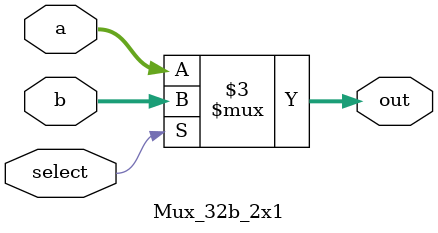
<source format=v>
`timescale 1ns / 1ps
module Mux_32b_2x1(input wire [31:0] a, input wire [31:0] b, input wire select, output reg[31:0] out);
	always @(*)
	begin 
		if(select)
			out = b;
		else out = a;
	end
endmodule
</source>
